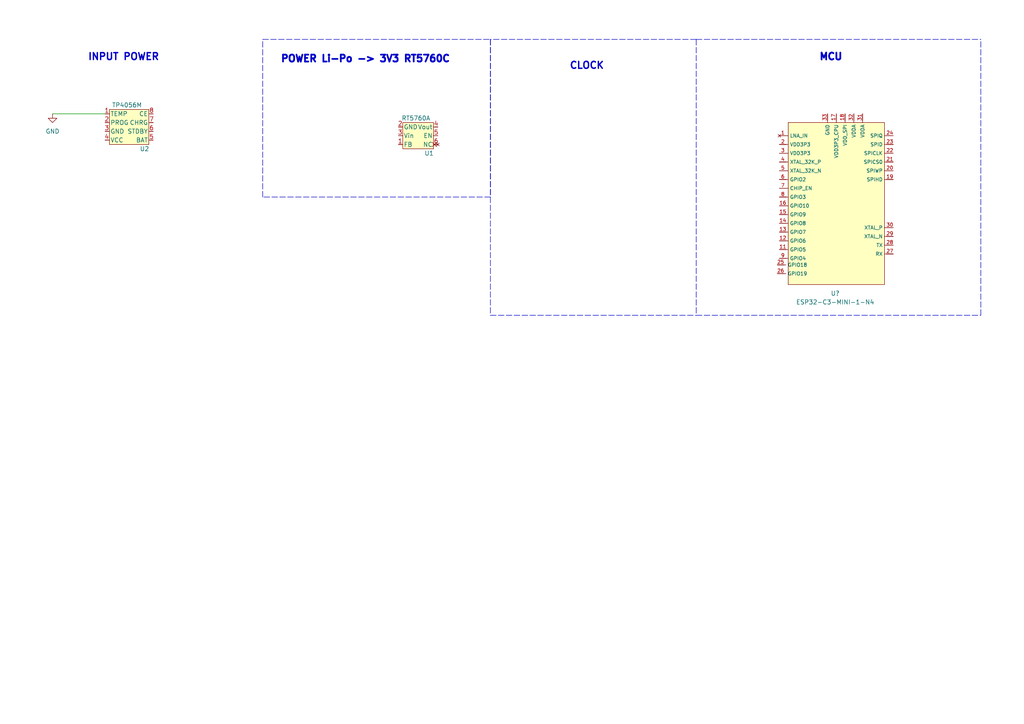
<source format=kicad_sch>
(kicad_sch (version 20211123) (generator eeschema)
  (paper "A4")
  (lib_symbols
    (symbol "ESP32-C3-MINI-1-N4_1" (pin_names (offset 1.016))
      (property "Reference" "U?" (at 10.16 -34.29 0))
      (property "Value" "ESP32-C3-MINI-1-N4_1" (at -2.54 29.21 0))
      (symbol "ESP32-C3-MINI-1-N4_1_0_0"
        (polyline (pts (xy -15.875 -28.575) (xy -18.415 -28.575)))
        (polyline (pts (xy -15.875 -26.035) (xy -18.415 -26.035)))
        (polyline (pts (xy -15.24 -24.13) (xy -17.78 -24.13)))
        (polyline (pts (xy -15.24 -21.59) (xy -17.78 -21.59)))
        (polyline (pts (xy -15.24 -19.05) (xy -17.78 -19.05)))
        (polyline (pts (xy -15.24 -16.51) (xy -17.78 -16.51)))
        (polyline (pts (xy -15.24 -13.97) (xy -17.78 -13.97)))
        (polyline (pts (xy -15.24 -11.43) (xy -17.78 -11.43)))
        (polyline (pts (xy -15.24 -8.89) (xy -17.78 -8.89)))
        (polyline (pts (xy -15.24 -6.35) (xy -17.78 -6.35)))
        (polyline (pts (xy -15.24 -3.81) (xy -17.78 -3.81)))
        (polyline (pts (xy -15.24 -1.27) (xy -17.78 -1.27)))
        (polyline (pts (xy -15.24 1.27) (xy -17.78 1.27)))
        (polyline (pts (xy -15.24 3.81) (xy -17.78 3.81)))
        (polyline (pts (xy -15.24 6.35) (xy -17.78 6.35)))
        (polyline (pts (xy -15.24 8.89) (xy -17.78 8.89)))
        (polyline (pts (xy -15.24 11.43) (xy -17.78 11.43)))
        (polyline (pts (xy -3.81 15.24) (xy -3.81 17.78)))
        (polyline (pts (xy -1.27 17.78) (xy -1.27 15.24)))
        (polyline (pts (xy 1.27 17.78) (xy 1.27 15.24)))
        (polyline (pts (xy 3.81 15.24) (xy 3.81 17.78)))
        (polyline (pts (xy 6.35 15.24) (xy 6.35 17.78)))
        (polyline (pts (xy 12.7 -22.86) (xy 15.24 -22.86)))
        (polyline (pts (xy 12.7 -20.32) (xy 15.24 -20.32)))
        (polyline (pts (xy 12.7 -17.78) (xy 15.24 -17.78)))
        (polyline (pts (xy 12.7 -15.24) (xy 15.24 -15.24)))
        (polyline (pts (xy 15.24 -1.27) (xy 12.7 -1.27)))
        (polyline (pts (xy 15.24 1.27) (xy 12.7 1.27)))
        (polyline (pts (xy 15.24 3.81) (xy 12.7 3.81)))
        (polyline (pts (xy 15.24 6.35) (xy 12.7 6.35)))
        (polyline (pts (xy 15.24 8.89) (xy 12.7 8.89)))
        (polyline (pts (xy 15.24 11.43) (xy 12.7 11.43)))
        (pin no_connect line (at -17.78 11.43 0) (length 2) (name "LNA_IN") (number "1"))
        (pin output line (at -17.78 -21.59 0) (length 2) (name "GPIO5") (number "11"))
        (pin output line (at -17.78 -19.05 0) (length 2) (name "GPIO6") (number "12"))
        (pin output line (at -17.78 -16.51 0) (length 2) (name "GPIO7") (number "13"))
        (pin output line (at -17.78 -13.97 0) (length 2) (name "GPIO8") (number "14"))
        (pin output line (at -17.78 -11.43 0) (length 2) (name "GPIO9") (number "15"))
        (pin output line (at -17.78 -8.89 0) (length 2) (name "GPIO10") (number "16"))
        (pin power_in line (at -1.27 17.78 270) (length 2) (name "VDD3P3_CPU") (number "17"))
        (pin power_in line (at 1.27 17.78 270) (length 2) (name "VDD_SPI") (number "18"))
        (pin input line (at 15.24 -1.27 180) (length 2) (name "SPIHD") (number "19"))
        (pin power_in line (at -17.78 8.89 0) (length 2) (name "VDD3P3") (number "2"))
        (pin input line (at 15.24 1.27 180) (length 2) (name "SPIWP") (number "20"))
        (pin input line (at 15.24 3.81 180) (length 2) (name "SPICS0") (number "21"))
        (pin input line (at 15.24 6.35 180) (length 2) (name "SPICLK") (number "22"))
        (pin input line (at 15.24 8.89 180) (length 2) (name "SPID") (number "23"))
        (pin input line (at 15.24 11.43 180) (length 2) (name "SPIQ") (number "24"))
        (pin input line (at -18.415 -26.035 0) (length 2) (name "GPIO18") (number "25"))
        (pin input line (at -18.415 -28.575 0) (length 2) (name "GPIO19") (number "26"))
        (pin input line (at 15.24 -22.86 180) (length 2) (name "RX") (number "27"))
        (pin input line (at 15.24 -20.32 180) (length 2) (name "TX") (number "28"))
        (pin input line (at 15.24 -17.78 180) (length 2) (name "XTAL_N") (number "29"))
        (pin power_in line (at -17.78 6.35 0) (length 2) (name "VDD3P3") (number "3"))
        (pin input line (at 15.24 -15.24 180) (length 2) (name "XTAL_P") (number "30"))
        (pin power_in line (at 6.35 17.78 270) (length 2) (name "VDDA") (number "31"))
        (pin output line (at 3.81 17.78 270) (length 2) (name "VDDA") (number "32"))
        (pin power_out line (at -3.81 17.78 270) (length 2) (name "GND") (number "33"))
        (pin output line (at -17.78 3.81 0) (length 2) (name "XTAL_32K_P") (number "4"))
        (pin output line (at -17.78 1.27 0) (length 2) (name "XTAL_32K_N") (number "5"))
        (pin output line (at -17.78 -1.27 0) (length 2) (name "GPIO2") (number "6"))
        (pin input line (at -17.78 -3.81 0) (length 2) (name "CHIP_EN") (number "7"))
        (pin output line (at -17.78 -6.35 0) (length 2) (name "GPIO3") (number "8"))
        (pin output line (at -17.78 -24.13 0) (length 2) (name "GPIO4") (number "9"))
      )
      (symbol "ESP32-C3-MINI-1-N4_1_0_1"
        (rectangle (start -15.24 15.24) (end 12.7 -31.75) (fill (type background)))
      )
    )
    (symbol "RT5760A_1"
      (property "Reference" "U" (at 5.08 -10.16 0))
      (property "Value" "RT5760A_1" (at 0 0 0))
      (symbol "RT5760A_1_0_1"
        (rectangle (start -3.81 -1.27) (end 5.08 -8.89) (fill (type background)))
        (polyline (pts (xy -5.08 -7.62) (xy -3.81 -7.62)))
        (polyline (pts (xy -5.08 -2.54) (xy -3.81 -2.54)))
        (polyline (pts (xy -3.81 -5.08) (xy -5.08 -5.08)))
        (polyline (pts (xy 5.08 -7.62) (xy 5.08 -7.62)))
        (polyline (pts (xy 5.08 -7.62) (xy 6.35 -7.62)))
        (polyline (pts (xy 6.35 -5.08) (xy 5.08 -5.08)))
        (polyline (pts (xy 6.35 -2.54) (xy 5.08 -2.54)))
      )
      (symbol "RT5760A_1_1_0"
        (pin input line (at -5.08 -7.62 0) (length 1) (name "FB") (number "1"))
        (pin input line (at -5.08 -2.54 0) (length 1) (name "GND") (number "2"))
        (pin input line (at -5.08 -5.08 0) (length 1) (name "Vin") (number "3"))
        (pin output line (at 6.35 -2.54 180) (length 1) (name "Vout") (number "4"))
        (pin output line (at 6.35 -5.08 180) (length 1) (name "EN") (number "5"))
        (pin no_connect non_logic (at 6.35 -7.62 180) (length 1) (name "NC") (number "6"))
      )
    )
    (symbol "TP4056M-C21417:TP4056M"
      (property "Reference" "U" (at 0 2.54 0))
      (property "Value" "TP4056M" (at 0 0 0))
      (symbol "TP4056M_0_1"
        (rectangle (start -5.08 -1.27) (end 6.35 -11.43) (fill (type background)))
        (polyline (pts (xy -5.08 -10.16) (xy -6.35 -10.16)))
        (polyline (pts (xy -5.08 -7.62) (xy -6.35 -7.62)))
        (polyline (pts (xy -5.08 -5.08) (xy -6.35 -5.08)))
        (polyline (pts (xy -5.08 -2.54) (xy -6.35 -2.54)))
        (polyline (pts (xy 6.35 -10.16) (xy 7.62 -10.16)))
        (polyline (pts (xy 6.35 -7.62) (xy 7.62 -7.62)))
        (polyline (pts (xy 6.35 -2.54) (xy 7.62 -2.54)))
        (polyline (pts (xy 7.62 -5.08) (xy 6.35 -5.08)))
      )
      (symbol "TP4056M_1_0"
        (pin input line (at -6.35 -2.54 0) (length 1) (name "TEMP") (number "1"))
        (pin input line (at -6.35 -5.08 0) (length 1) (name "PROG") (number "2"))
        (pin input line (at -6.35 -7.62 0) (length 1) (name "GND") (number "3"))
        (pin input line (at -6.35 -10.16 0) (length 1) (name "VCC") (number "4"))
        (pin input line (at 7.62 -10.16 180) (length 1) (name "BAT") (number "5"))
        (pin output line (at 7.62 -7.62 180) (length 1) (name "STDBY") (number "6"))
        (pin output line (at 7.62 -5.08 180) (length 1) (name "CHRG") (number "7"))
        (pin output line (at 7.62 -2.54 180) (length 1) (name "CE") (number "8"))
      )
    )
    (symbol "power:GND" (power) (pin_names (offset 0))
      (property "Value" "GND" (at 0 -3.81 0))
      (symbol "GND_0_1"
        (polyline (pts (xy 0 0) (xy 0 -1.27) (xy 1.27 -1.27) (xy 0 -2.54) (xy -1.27 -1.27) (xy 0 -1.27)))
      )
      (symbol "GND_1_1"
        (pin power_in line (at 0 0 270) (length 0) hide (name "GND") (number "1"))
      )
    )
  )
  (polyline (pts (xy 201.93 91.44) (xy 284.48 91.44)))
  (polyline (pts (xy 142.24 91.44) (xy 201.93 91.44)))
  (polyline (pts (xy 201.93 11.43) (xy 201.93 91.44)))
  (polyline (pts (xy 142.24 11.43) (xy 142.24 57.15)))
  (polyline (pts (xy 142.24 57.15) (xy 76.2 57.15)))
  (polyline (pts (xy 284.48 91.44) (xy 284.48 11.43)))
  (polyline (pts (xy 201.93 11.43) (xy 142.24 11.43)))
  (polyline (pts (xy 201.93 11.43) (xy 284.48 11.43)))
  (polyline (pts (xy 142.24 11.43) (xy 142.24 91.44)))
  (polyline (pts (xy 76.2 57.15) (xy 76.2 11.43)))
  (wire (pts (xy 15.24 33.02) (xy 30.48 33.02)))
  (polyline (pts (xy 76.2 11.43) (xy 142.24 11.43)))
  (text "POWER Li-Po -> 3V3 RT5760C\n\n" (at 81.28 21.59 0) (effects (font (size 2 2) (thickness 0.8) bold) (justify left bottom)))
  (text "INPUT POWER" (at 25.4 17.78 0) (effects (font (size 2 2) bold) (justify left bottom)))
  (text "MCU " (at 237.49 17.78 0) (effects (font (size 2 2) (thickness 0.8) bold) (justify left bottom)))
  (text "CLOCK" (at 165.1 20.32 0) (effects (font (size 2 2) bold) (justify left bottom)))
  (symbol (lib_name "RT5760A_1") (lib_id "RT5760A:RT5760A") (at 120.65 34.29 0) (unit 1)
    (property "Reference" "U1" (at 124.46 44.45 0))
    (property "Value" "RT5760A" (at 120.65 34.29 0))
    (property "Datasheet" "https://datasheet.lcsc.com/lcsc/2202221130_Richtek-Tech-RT5760DHGH6F_C2976592.pdf" (effects hide))
  )
  (symbol (lib_name "ESP32-C3-MINI-1-N4_1") (lib_id "ESP32-C3-MINI-1-N4:ESP32-C3-MINI-1-N4") (at 243.84 50.8 0) (unit 1)
    (property "Reference" "U?" (at 242.2525 85.09 0))
    (property "Value" "ESP32-C3-MINI-1-N4" (at 242.2525 87.63 0))
    (property "Footprint" "XCVR_ESP32-C3-MINI-1-N4" (effects hide))
    (property "Datasheet" "https://www.espressif.com/sites/default/files/documentation/esp32-c3_hardware_design_guidelines_en.pdf" (effects hide))
    (property "MAXIMUM_PACKAGE_HEIGHT" "2.55mm" (effects hide))
  )
  (symbol (lib_id "TP4056M-C21417:TP4056M") (at 36.83 30.48 0) (unit 1)
    (property "Reference" "U2" (at 41.91 43.18 0))
    (property "Value" "TP4056M" (at 36.83 30.48 0))
    (property "Footprint" "MSOP-8-1EP_3x3mm_P0.65mm_EP1.68x1.88mm" (effects hide))
    (property "Datasheet" "https://dlnmh9ip6v2uc.cloudfront.net/datasheets/Prototyping/TP4056.pdf" (effects hide))
  )
  (symbol (lib_id "power:GND") (at 15.24 33.02 0) (unit 1)
    (property "Reference" "#PWR?" (effects hide))
    (property "Value" "GND" (at 15.24 38.1 0))
  )
)
</source>
